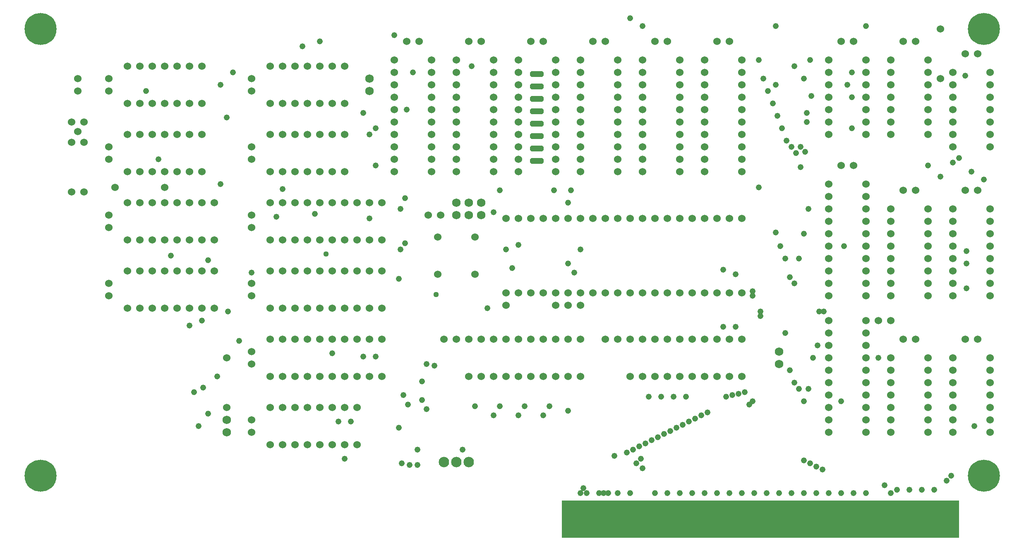
<source format=gbs>
G75*
G70*
%OFA0B0*%
%FSLAX24Y24*%
%IPPOS*%
%LPD*%
%AMOC8*
5,1,8,0,0,1.08239X$1,22.5*
%
%ADD10C,0.0320*%
%ADD11C,0.0600*%
%ADD12C,0.0680*%
%ADD13R,3.2000X0.3000*%
%ADD14C,0.2580*%
%ADD15C,0.0476*%
%ADD16C,0.0840*%
%ADD17C,0.0437*%
D10*
X041805Y030413D02*
X041805Y030538D01*
X042555Y030538D01*
X042555Y030413D01*
X041805Y030413D01*
X041805Y030491D02*
X042555Y030491D01*
X042555Y031413D02*
X041805Y031413D01*
X041805Y031538D01*
X042555Y031538D01*
X042555Y031413D01*
X042555Y031447D02*
X041805Y031447D01*
X041805Y032413D02*
X041805Y032538D01*
X042555Y032538D01*
X042555Y032413D01*
X041805Y032413D01*
X041805Y033413D02*
X041805Y033538D01*
X042555Y033538D01*
X042555Y033413D01*
X041805Y033413D01*
X041805Y034413D02*
X041805Y034538D01*
X042555Y034538D01*
X042555Y034413D01*
X041805Y034413D01*
X041805Y035413D02*
X041805Y035538D01*
X042555Y035538D01*
X042555Y035413D01*
X041805Y035413D01*
X041805Y036413D02*
X041805Y036538D01*
X042555Y036538D01*
X042555Y036413D01*
X041805Y036413D01*
X041805Y037413D02*
X041805Y037538D01*
X042555Y037538D01*
X042555Y037413D01*
X041805Y037413D01*
X041805Y037498D02*
X042555Y037498D01*
D11*
X043680Y037600D03*
X043680Y036600D03*
X043680Y035600D03*
X045680Y035600D03*
X045680Y036600D03*
X045680Y037600D03*
X045680Y038600D03*
X043680Y038600D03*
X042680Y040100D03*
X041680Y040100D03*
X040680Y038600D03*
X038680Y038600D03*
X038680Y037600D03*
X038680Y036600D03*
X038680Y035600D03*
X040680Y035600D03*
X040680Y036600D03*
X040680Y037600D03*
X037680Y040100D03*
X036680Y040100D03*
X035680Y038600D03*
X035680Y037600D03*
X035680Y036600D03*
X035680Y035600D03*
X035680Y034600D03*
X035680Y033600D03*
X035680Y032600D03*
X035680Y031600D03*
X035680Y030600D03*
X035680Y029600D03*
X033680Y029600D03*
X033680Y030600D03*
X033680Y031600D03*
X033680Y032600D03*
X033680Y033600D03*
X033680Y034600D03*
X033680Y035600D03*
X033680Y036600D03*
X033680Y037600D03*
X033680Y038600D03*
X032680Y040100D03*
X031680Y040100D03*
X030680Y038600D03*
X030680Y037600D03*
X030680Y036600D03*
X030680Y035600D03*
X030680Y034600D03*
X030680Y033600D03*
X030680Y032600D03*
X030680Y031600D03*
X030680Y030600D03*
X030680Y029600D03*
X026680Y029600D03*
X025680Y029600D03*
X024680Y029600D03*
X023680Y029600D03*
X022680Y029600D03*
X021680Y029600D03*
X020680Y029600D03*
X019180Y030600D03*
X019180Y031600D03*
X020680Y032600D03*
X021680Y032600D03*
X022680Y032600D03*
X023680Y032600D03*
X024680Y032600D03*
X025680Y032600D03*
X026680Y032600D03*
X026680Y035100D03*
X025680Y035100D03*
X024680Y035100D03*
X023680Y035100D03*
X022680Y035100D03*
X021680Y035100D03*
X020680Y035100D03*
X019180Y036100D03*
X019180Y037100D03*
X020680Y038100D03*
X021680Y038100D03*
X022680Y038100D03*
X023680Y038100D03*
X024680Y038100D03*
X025680Y038100D03*
X026680Y038100D03*
X015180Y038100D03*
X014180Y038100D03*
X013180Y038100D03*
X012180Y038100D03*
X011180Y038100D03*
X010180Y038100D03*
X009180Y038100D03*
X007680Y037100D03*
X007680Y036100D03*
X009180Y035100D03*
X010180Y035100D03*
X011180Y035100D03*
X012180Y035100D03*
X013180Y035100D03*
X014180Y035100D03*
X015180Y035100D03*
X015180Y032600D03*
X014180Y032600D03*
X013180Y032600D03*
X012180Y032600D03*
X011180Y032600D03*
X010180Y032600D03*
X009180Y032600D03*
X007680Y031600D03*
X005680Y031975D03*
X004680Y031975D03*
X005180Y032850D03*
X004680Y033600D03*
X005680Y033600D03*
X005180Y036100D03*
X005180Y037100D03*
X007680Y030600D03*
X009180Y029600D03*
X010180Y029600D03*
X011180Y029600D03*
X012180Y029600D03*
X013180Y029600D03*
X014180Y029600D03*
X015180Y029600D03*
X012180Y028350D03*
X012180Y027100D03*
X013180Y027100D03*
X014180Y027100D03*
X015180Y027100D03*
X016180Y027100D03*
X019180Y026100D03*
X020680Y027100D03*
X021680Y027100D03*
X022680Y027100D03*
X023680Y027100D03*
X024680Y027100D03*
X025680Y027100D03*
X026680Y027100D03*
X027680Y027100D03*
X028680Y027100D03*
X029680Y027100D03*
X033430Y026100D03*
X034430Y026100D03*
X034180Y024350D03*
X037180Y024350D03*
X039680Y025850D03*
X040680Y025850D03*
X041680Y025850D03*
X042680Y025850D03*
X043680Y025850D03*
X044680Y025850D03*
X045680Y025850D03*
X046680Y025850D03*
X047680Y025850D03*
X048680Y025850D03*
X049680Y025850D03*
X050680Y025850D03*
X051680Y025850D03*
X052680Y025850D03*
X053680Y025850D03*
X054680Y025850D03*
X055680Y025850D03*
X056680Y025850D03*
X057680Y025850D03*
X058680Y025850D03*
X065680Y025600D03*
X065680Y026600D03*
X065680Y027600D03*
X065680Y028600D03*
X066680Y030100D03*
X067680Y030100D03*
X068680Y028600D03*
X068680Y027600D03*
X068680Y026600D03*
X068680Y025600D03*
X070680Y025600D03*
X070680Y026600D03*
X071680Y028100D03*
X072680Y028100D03*
X073680Y026600D03*
X073680Y025600D03*
X073680Y024600D03*
X073680Y023600D03*
X073680Y022600D03*
X073680Y021600D03*
X073680Y020600D03*
X073680Y019600D03*
X075680Y019600D03*
X075680Y020600D03*
X075680Y021600D03*
X075680Y022600D03*
X075680Y023600D03*
X075680Y024600D03*
X075680Y025600D03*
X075680Y026600D03*
X076680Y028100D03*
X077680Y028100D03*
X078680Y026600D03*
X078680Y025600D03*
X078680Y024600D03*
X078680Y023600D03*
X078680Y022600D03*
X078680Y021600D03*
X078680Y020600D03*
X078680Y019600D03*
X077680Y016100D03*
X076680Y016100D03*
X075680Y014600D03*
X075680Y013600D03*
X075680Y012600D03*
X075680Y011600D03*
X075680Y010600D03*
X075680Y009600D03*
X075680Y008600D03*
X073680Y008600D03*
X073680Y009600D03*
X073680Y010600D03*
X073680Y011600D03*
X073680Y012600D03*
X073680Y013600D03*
X073680Y014600D03*
X072680Y016100D03*
X071680Y016100D03*
X070680Y017600D03*
X069680Y017600D03*
X068680Y017600D03*
X068680Y016600D03*
X068680Y015600D03*
X068680Y014600D03*
X068680Y013600D03*
X068680Y012600D03*
X070680Y012600D03*
X070680Y013600D03*
X070680Y014600D03*
X065680Y014600D03*
X065680Y013600D03*
X065680Y012600D03*
X065680Y011600D03*
X065680Y010600D03*
X065680Y009600D03*
X065680Y008600D03*
X068680Y008600D03*
X070680Y008600D03*
X070680Y009600D03*
X070680Y010600D03*
X070680Y011600D03*
X068680Y011600D03*
X068680Y010600D03*
X068680Y009600D03*
X078680Y009600D03*
X078680Y010600D03*
X078680Y011600D03*
X078680Y012600D03*
X078680Y013600D03*
X078680Y014600D03*
X070680Y019600D03*
X070680Y020600D03*
X070680Y021600D03*
X068680Y021600D03*
X068680Y020600D03*
X068680Y019600D03*
X065680Y019600D03*
X065680Y020600D03*
X065680Y021600D03*
X065680Y022600D03*
X065680Y023600D03*
X065680Y024600D03*
X068680Y024600D03*
X068680Y023600D03*
X068680Y022600D03*
X070680Y022600D03*
X070680Y023600D03*
X070680Y024600D03*
X058680Y019850D03*
X057680Y019850D03*
X056680Y019850D03*
X055680Y019850D03*
X054680Y019850D03*
X053680Y019850D03*
X052680Y019850D03*
X051680Y019850D03*
X050680Y019850D03*
X049680Y019850D03*
X048680Y019850D03*
X047680Y019850D03*
X046680Y019850D03*
X045680Y019850D03*
X044680Y019850D03*
X043680Y019850D03*
X042680Y019850D03*
X041680Y019850D03*
X040680Y019850D03*
X039680Y019850D03*
X039680Y018850D03*
X043680Y018850D03*
X044680Y018850D03*
X045680Y018850D03*
X045680Y016100D03*
X044680Y016100D03*
X043680Y016100D03*
X042680Y016100D03*
X041680Y016100D03*
X040680Y016100D03*
X039680Y016100D03*
X038680Y016100D03*
X037680Y016100D03*
X036680Y016100D03*
X035680Y016100D03*
X034680Y016100D03*
X036680Y013100D03*
X037680Y013100D03*
X038680Y013100D03*
X039680Y013100D03*
X040680Y013100D03*
X041680Y013100D03*
X042680Y013100D03*
X043680Y013100D03*
X044680Y013100D03*
X045680Y013100D03*
X049680Y013100D03*
X050680Y013100D03*
X051680Y013100D03*
X052680Y013100D03*
X053680Y013100D03*
X054680Y013100D03*
X055680Y013100D03*
X056680Y013100D03*
X057680Y013100D03*
X058680Y013100D03*
X058680Y016100D03*
X057680Y016100D03*
X056680Y016100D03*
X055680Y016100D03*
X054680Y016100D03*
X053680Y016100D03*
X052680Y016100D03*
X051680Y016100D03*
X050680Y016100D03*
X049680Y016100D03*
X048680Y016100D03*
X047680Y016100D03*
X037180Y021350D03*
X034180Y021350D03*
X029680Y021600D03*
X028680Y021600D03*
X027680Y021600D03*
X026680Y021600D03*
X025680Y021600D03*
X024680Y021600D03*
X023680Y021600D03*
X022680Y021600D03*
X021680Y021600D03*
X020680Y021600D03*
X019180Y020600D03*
X019180Y019600D03*
X020680Y018600D03*
X021680Y018600D03*
X022680Y018600D03*
X023680Y018600D03*
X024680Y018600D03*
X025680Y018600D03*
X026680Y018600D03*
X027680Y018600D03*
X028680Y018600D03*
X029680Y018600D03*
X029680Y016100D03*
X028680Y016100D03*
X027680Y016100D03*
X026680Y016100D03*
X025680Y016100D03*
X024680Y016100D03*
X023680Y016100D03*
X022680Y016100D03*
X021680Y016100D03*
X020680Y016100D03*
X019180Y015100D03*
X019180Y014100D03*
X020680Y013100D03*
X021680Y013100D03*
X022680Y013100D03*
X023680Y013100D03*
X024680Y013100D03*
X025680Y013100D03*
X026680Y013100D03*
X027680Y013100D03*
X028680Y013100D03*
X029680Y013100D03*
X027680Y010600D03*
X026680Y010600D03*
X025680Y010600D03*
X024680Y010600D03*
X023680Y010600D03*
X022680Y010600D03*
X021680Y010600D03*
X020680Y010600D03*
X019180Y009600D03*
X017180Y010600D03*
X019180Y008600D03*
X020680Y007600D03*
X021680Y007600D03*
X022680Y007600D03*
X023680Y007600D03*
X024680Y007600D03*
X025680Y007600D03*
X026680Y007600D03*
X027680Y007600D03*
X017180Y014600D03*
X016180Y018600D03*
X015180Y018600D03*
X014180Y018600D03*
X013180Y018600D03*
X012180Y018600D03*
X011180Y018600D03*
X010180Y018600D03*
X009180Y018600D03*
X007680Y019600D03*
X007680Y020600D03*
X009180Y021600D03*
X010180Y021600D03*
X011180Y021600D03*
X012180Y021600D03*
X013180Y021600D03*
X014180Y021600D03*
X015180Y021600D03*
X016180Y021600D03*
X016180Y024100D03*
X015180Y024100D03*
X014180Y024100D03*
X013180Y024100D03*
X012180Y024100D03*
X011180Y024100D03*
X010180Y024100D03*
X009180Y024100D03*
X007680Y025100D03*
X007680Y026100D03*
X009180Y027100D03*
X010180Y027100D03*
X011180Y027100D03*
X008180Y028350D03*
X005680Y027975D03*
X004680Y027975D03*
X019180Y025100D03*
X020680Y024100D03*
X021680Y024100D03*
X022680Y024100D03*
X023680Y024100D03*
X024680Y024100D03*
X025680Y024100D03*
X026680Y024100D03*
X027680Y024100D03*
X028680Y024100D03*
X029680Y024100D03*
X038680Y029600D03*
X038680Y030600D03*
X040680Y030600D03*
X040680Y029600D03*
X043680Y029600D03*
X043680Y030600D03*
X045680Y030600D03*
X045680Y029600D03*
X048680Y029600D03*
X048680Y030600D03*
X048680Y031600D03*
X048680Y032600D03*
X048680Y033600D03*
X048680Y034600D03*
X048680Y035600D03*
X048680Y036600D03*
X048680Y037600D03*
X048680Y038600D03*
X047680Y040100D03*
X046680Y040100D03*
X050680Y038600D03*
X050680Y037600D03*
X050680Y036600D03*
X050680Y035600D03*
X050680Y034600D03*
X050680Y033600D03*
X050680Y032600D03*
X050680Y031600D03*
X050680Y030600D03*
X050680Y029600D03*
X053680Y029600D03*
X053680Y030600D03*
X053680Y031600D03*
X053680Y032600D03*
X053680Y033600D03*
X053680Y034600D03*
X053680Y035600D03*
X053680Y036600D03*
X053680Y037600D03*
X053680Y038600D03*
X052680Y040100D03*
X051680Y040100D03*
X055680Y038600D03*
X055680Y037600D03*
X055680Y036600D03*
X055680Y035600D03*
X055680Y034600D03*
X055680Y033600D03*
X055680Y032600D03*
X055680Y031600D03*
X055680Y030600D03*
X055680Y029600D03*
X058680Y029600D03*
X058680Y030600D03*
X058680Y031600D03*
X058680Y032600D03*
X058680Y033600D03*
X058680Y034600D03*
X058680Y035600D03*
X058680Y036600D03*
X058680Y037600D03*
X058680Y038600D03*
X057680Y040100D03*
X056680Y040100D03*
X065680Y038600D03*
X065680Y037600D03*
X065680Y036600D03*
X065680Y035600D03*
X065680Y034600D03*
X065680Y033600D03*
X065680Y032600D03*
X068680Y032600D03*
X068680Y033600D03*
X068680Y034600D03*
X070680Y034600D03*
X070680Y033600D03*
X070680Y032600D03*
X073680Y032600D03*
X073680Y033600D03*
X073680Y034600D03*
X073680Y035600D03*
X073680Y036600D03*
X074680Y037100D03*
X073680Y037600D03*
X073680Y038600D03*
X072680Y040100D03*
X071680Y040100D03*
X070680Y038600D03*
X068680Y038600D03*
X068680Y037600D03*
X068680Y036600D03*
X068680Y035600D03*
X070680Y035600D03*
X070680Y036600D03*
X070680Y037600D03*
X067680Y040100D03*
X066680Y040100D03*
X074680Y041100D03*
X076680Y039100D03*
X077680Y039100D03*
X078680Y037600D03*
X078680Y036600D03*
X078680Y035600D03*
X078680Y034600D03*
X078680Y033600D03*
X078680Y032600D03*
X078680Y031600D03*
X075680Y031600D03*
X075680Y032600D03*
X075680Y033600D03*
X075680Y034600D03*
X075680Y035600D03*
X075680Y036600D03*
X075680Y037600D03*
X045680Y034600D03*
X045680Y033600D03*
X045680Y032600D03*
X045680Y031600D03*
X043680Y031600D03*
X043680Y032600D03*
X043680Y033600D03*
X043680Y034600D03*
X040680Y034600D03*
X040680Y033600D03*
X040680Y032600D03*
X040680Y031600D03*
X038680Y031600D03*
X038680Y032600D03*
X038680Y033600D03*
X038680Y034600D03*
X065680Y017600D03*
X065680Y016600D03*
X065680Y015600D03*
X078680Y008600D03*
D12*
X061680Y014100D03*
X061680Y015100D03*
X037680Y026100D03*
X036680Y026100D03*
X035680Y026100D03*
X035680Y027100D03*
X036680Y027100D03*
X037680Y027100D03*
X028680Y036100D03*
X028680Y037100D03*
X017180Y009600D03*
X017180Y008600D03*
D13*
X060180Y001600D03*
D14*
X002180Y005100D03*
X002180Y041100D03*
X078180Y041100D03*
X078180Y005100D03*
D15*
X075555Y005100D03*
X075180Y004725D03*
X074180Y003975D03*
X073180Y003975D03*
X072180Y003975D03*
X071180Y003975D03*
X070680Y003725D03*
X070180Y004350D03*
X068680Y003725D03*
X067680Y003725D03*
X066680Y003725D03*
X065680Y003725D03*
X064680Y003725D03*
X063680Y003725D03*
X062680Y003725D03*
X061680Y003725D03*
X060680Y003725D03*
X059680Y003725D03*
X058680Y003725D03*
X057680Y003725D03*
X056680Y003725D03*
X055680Y003725D03*
X054680Y003725D03*
X053680Y003725D03*
X052680Y003725D03*
X051680Y003725D03*
X049680Y003725D03*
X048680Y003725D03*
X047930Y003725D03*
X047555Y003725D03*
X047180Y003725D03*
X046180Y003725D03*
X045930Y004100D03*
X045680Y003725D03*
X050180Y006100D03*
X050555Y006475D03*
X050680Y005725D03*
X049930Y007225D03*
X050430Y007475D03*
X050930Y007725D03*
X051430Y007975D03*
X051930Y008225D03*
X052430Y008475D03*
X052930Y008725D03*
X053430Y008975D03*
X053930Y009225D03*
X054430Y009475D03*
X054930Y009725D03*
X055430Y009975D03*
X055930Y010225D03*
X057430Y011475D03*
X057930Y011600D03*
X058430Y011725D03*
X058930Y011850D03*
X059555Y011100D03*
X059305Y010850D03*
X062930Y012600D03*
X063305Y012100D03*
X064055Y012100D03*
X063680Y011100D03*
X066680Y011100D03*
X062555Y013600D03*
X064430Y014600D03*
X064805Y015600D03*
X062180Y016600D03*
X060180Y017975D03*
X060180Y018350D03*
X059555Y019600D03*
X059555Y019975D03*
X058180Y021350D03*
X057180Y021725D03*
X061805Y023600D03*
X062180Y022600D03*
X063305Y022600D03*
X062555Y021100D03*
X062930Y020600D03*
X064930Y018350D03*
X065305Y018350D03*
X069680Y014600D03*
X077430Y009100D03*
X065180Y005600D03*
X064680Y005850D03*
X064180Y006100D03*
X063680Y006350D03*
X054180Y011475D03*
X053180Y011475D03*
X052180Y011475D03*
X051180Y011475D03*
X044680Y010350D03*
X043180Y010725D03*
X042680Y009975D03*
X041180Y010725D03*
X040680Y009975D03*
X039180Y010725D03*
X038680Y009975D03*
X037180Y010725D03*
X033305Y010475D03*
X032930Y011225D03*
X031805Y010850D03*
X031430Y011600D03*
X032930Y012725D03*
X033305Y014100D03*
X033930Y013975D03*
X029180Y014725D03*
X028180Y014725D03*
X025680Y014975D03*
X018180Y015975D03*
X015180Y017600D03*
X014180Y017225D03*
X017305Y018350D03*
X019180Y021475D03*
X015680Y022475D03*
X012680Y022850D03*
X021180Y025975D03*
X024305Y026225D03*
X021680Y028225D03*
X016680Y028600D03*
X011680Y030600D03*
X017180Y033975D03*
X016680Y036600D03*
X017680Y037600D03*
X023305Y039725D03*
X024680Y040100D03*
X030680Y040600D03*
X032180Y037600D03*
X036930Y038100D03*
X031680Y034600D03*
X029180Y033100D03*
X028680Y032600D03*
X028180Y034350D03*
X029180Y030100D03*
X031555Y027475D03*
X031180Y026600D03*
X028680Y025850D03*
X031555Y023850D03*
X031180Y023350D03*
X031055Y020975D03*
X038180Y018600D03*
X040180Y021850D03*
X039680Y023350D03*
X040680Y023725D03*
X044680Y022225D03*
X045180Y021475D03*
X045680Y023350D03*
X038680Y026350D03*
X039180Y028100D03*
X043555Y028100D03*
X044930Y028100D03*
X044680Y027100D03*
X060055Y028350D03*
X063430Y029975D03*
X063055Y031100D03*
X063805Y031225D03*
X063430Y031600D03*
X062680Y031600D03*
X062305Y032100D03*
X061930Y033100D03*
X061555Y034100D03*
X061180Y035100D03*
X060805Y036100D03*
X061430Y036600D03*
X060430Y037100D03*
X062930Y038100D03*
X064180Y038600D03*
X063680Y037100D03*
X064305Y035725D03*
X063930Y034350D03*
X063930Y033600D03*
X067555Y033100D03*
X067555Y035600D03*
X067180Y036600D03*
X067555Y037600D03*
X068680Y041350D03*
X061430Y041350D03*
X060055Y038600D03*
X050680Y041350D03*
X049680Y041975D03*
X073680Y030100D03*
X074680Y029225D03*
X075680Y030350D03*
X076180Y030725D03*
X077180Y029600D03*
X078180Y028975D03*
X076805Y023225D03*
X076805Y022225D03*
X076805Y020225D03*
X066930Y023600D03*
X063680Y024600D03*
X061430Y024725D03*
X064055Y026600D03*
X058180Y017100D03*
X057180Y017100D03*
X049430Y006975D03*
X048430Y006725D03*
X036180Y007225D03*
X032555Y007225D03*
X031305Y006100D03*
X031930Y005975D03*
X032555Y005975D03*
X031055Y008975D03*
X027180Y009475D03*
X026180Y009475D03*
X026680Y006475D03*
X015680Y010100D03*
X014930Y009100D03*
X014555Y011850D03*
X015305Y012225D03*
X016430Y013100D03*
X010680Y036100D03*
X076680Y037350D03*
D16*
X036680Y006225D03*
X035680Y006225D03*
X034680Y006225D03*
D17*
X034055Y019725D03*
X025180Y022975D03*
M02*

</source>
